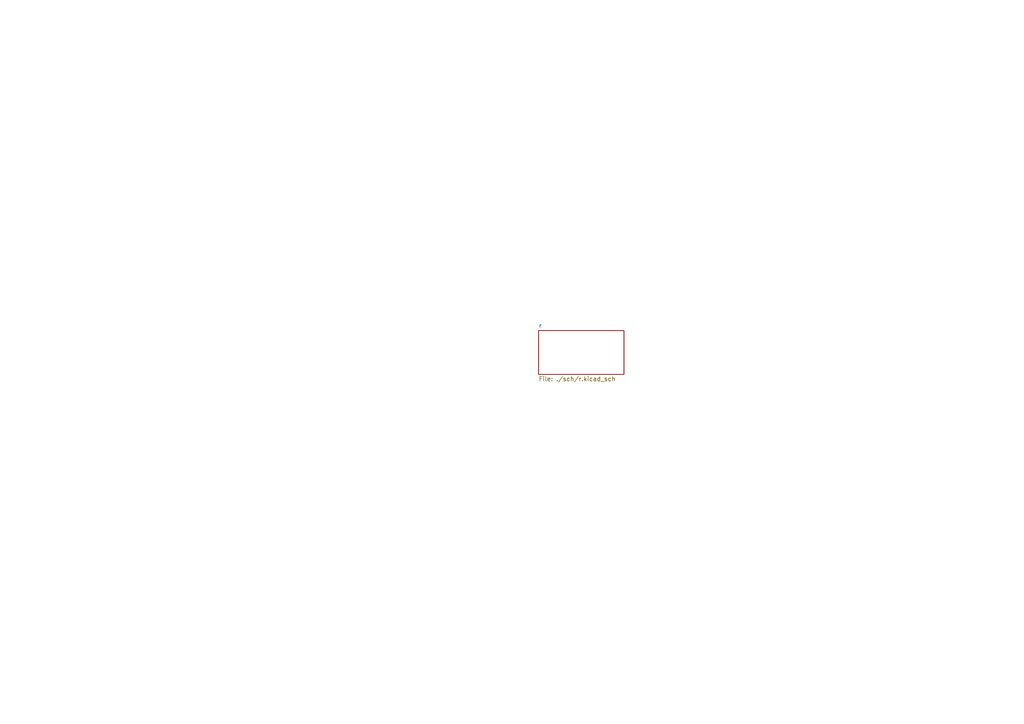
<source format=kicad_sch>
(kicad_sch (version 20230121) (generator eeschema)
  (paper "A4")
  (lib_symbols)
  (sheet (at 156.21 95.885) (size 24.765 12.7) (stroke (width 0.1524))
    (property "Sheetname" "r" (at 156.21 95.1734 0) (effects (justify left bottom)))
    (property "Sheetfile" "./sch/r.kicad_sch" (at 156.21 109.1696 0) (effects (justify left top)))
  )
)
</source>
